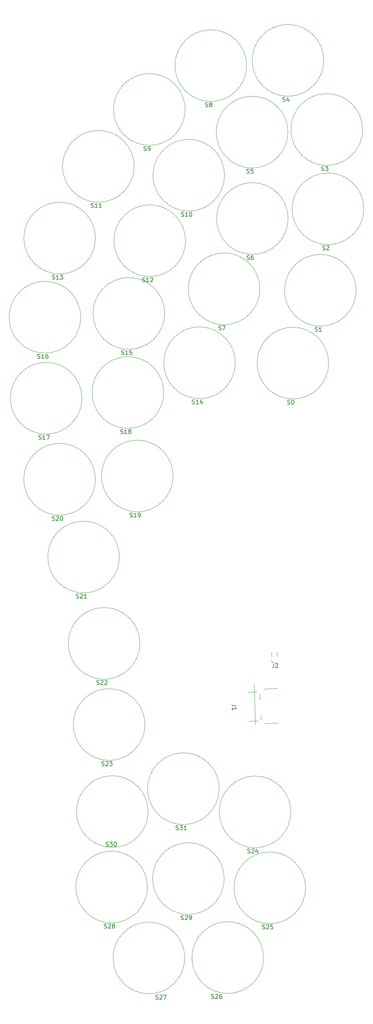
<source format=gto>
G04 #@! TF.GenerationSoftware,KiCad,Pcbnew,(5.0.0)*
G04 #@! TF.CreationDate,2020-01-29T13:42:07+01:00*
G04 #@! TF.ProjectId,Insole_PCB,496E736F6C655F5043422E6B69636164,rev?*
G04 #@! TF.SameCoordinates,Original*
G04 #@! TF.FileFunction,Legend,Top*
G04 #@! TF.FilePolarity,Positive*
%FSLAX46Y46*%
G04 Gerber Fmt 4.6, Leading zero omitted, Abs format (unit mm)*
G04 Created by KiCad (PCBNEW (5.0.0)) date 01/29/20 13:42:07*
%MOMM*%
%LPD*%
G01*
G04 APERTURE LIST*
%ADD10C,0.100000*%
%ADD11C,0.120000*%
%ADD12C,0.010000*%
%ADD13C,0.150000*%
G04 APERTURE END LIST*
D10*
G04 #@! TO.C,S9*
X171319453Y-57120707D02*
G75*
G03X171319453Y-57120707I-8500000J0D01*
G01*
D11*
G04 #@! TO.C,J2*
X191893929Y-188022519D02*
X192587236Y-187974038D01*
X191846146Y-187339188D02*
X191893929Y-188022519D01*
X193098464Y-186564944D02*
X193184977Y-186558895D01*
X191798363Y-186655856D02*
X191884876Y-186649807D01*
X193184977Y-186558895D02*
X193123940Y-185686026D01*
X191798363Y-186655856D02*
X191737326Y-185782988D01*
X192824165Y-185706989D02*
X193123940Y-185686026D01*
X191737326Y-185782988D02*
X192037101Y-185762026D01*
D12*
G04 #@! TO.C,J1*
X188360969Y-195022742D02*
X186212278Y-195097776D01*
X188651745Y-201916794D02*
X186453085Y-201993573D01*
X187978346Y-202690767D02*
X187652035Y-193346462D01*
D11*
X193185329Y-194203875D02*
X189957297Y-194316601D01*
X189070092Y-195558320D02*
X189107783Y-196637662D01*
X189254234Y-200544932D02*
X189291926Y-201624274D01*
X193471505Y-202398880D02*
X190243473Y-202511606D01*
X189107783Y-196637662D02*
X188678045Y-196652669D01*
D10*
G04 #@! TO.C,S0*
X205369453Y-117180707D02*
G75*
G03X205369453Y-117180707I-8500000J0D01*
G01*
G04 #@! TO.C,S1*
X211889453Y-99940707D02*
G75*
G03X211889453Y-99940707I-8500000J0D01*
G01*
G04 #@! TO.C,S2*
X213699453Y-80640707D02*
G75*
G03X213699453Y-80640707I-8500000J0D01*
G01*
G04 #@! TO.C,S3*
X213409453Y-61860707D02*
G75*
G03X213409453Y-61860707I-8500000J0D01*
G01*
G04 #@! TO.C,S4*
X204209453Y-45490707D02*
G75*
G03X204209453Y-45490707I-8500000J0D01*
G01*
G04 #@! TO.C,S5*
X195699453Y-62480707D02*
G75*
G03X195699453Y-62480707I-8500000J0D01*
G01*
G04 #@! TO.C,S6*
X195749453Y-82940707D02*
G75*
G03X195749453Y-82940707I-8500000J0D01*
G01*
G04 #@! TO.C,S7*
X189049453Y-99590707D02*
G75*
G03X189049453Y-99590707I-8500000J0D01*
G01*
G04 #@! TO.C,S8*
X185899453Y-46730707D02*
G75*
G03X185899453Y-46730707I-8500000J0D01*
G01*
G04 #@! TO.C,S10*
X180669453Y-72690707D02*
G75*
G03X180669453Y-72690707I-8500000J0D01*
G01*
G04 #@! TO.C,S11*
X159239453Y-70580707D02*
G75*
G03X159239453Y-70580707I-8500000J0D01*
G01*
G04 #@! TO.C,S12*
X171419453Y-88200707D02*
G75*
G03X171419453Y-88200707I-8500000J0D01*
G01*
G04 #@! TO.C,S13*
X150049453Y-87570707D02*
G75*
G03X150049453Y-87570707I-8500000J0D01*
G01*
G04 #@! TO.C,S14*
X183219453Y-117100707D02*
G75*
G03X183219453Y-117100707I-8500000J0D01*
G01*
G04 #@! TO.C,S15*
X166469453Y-105420707D02*
G75*
G03X166469453Y-105420707I-8500000J0D01*
G01*
G04 #@! TO.C,S16*
X146559453Y-106310707D02*
G75*
G03X146559453Y-106310707I-8500000J0D01*
G01*
G04 #@! TO.C,S17*
X146849453Y-125500707D02*
G75*
G03X146849453Y-125500707I-8500000J0D01*
G01*
G04 #@! TO.C,S18*
X166239453Y-124150707D02*
G75*
G03X166239453Y-124150707I-8500000J0D01*
G01*
G04 #@! TO.C,S19*
X168469453Y-143910707D02*
G75*
G03X168469453Y-143910707I-8500000J0D01*
G01*
G04 #@! TO.C,S20*
X150039453Y-144690707D02*
G75*
G03X150039453Y-144690707I-8500000J0D01*
G01*
G04 #@! TO.C,S21*
X155729453Y-163100707D02*
G75*
G03X155729453Y-163100707I-8500000J0D01*
G01*
G04 #@! TO.C,S22*
X160589453Y-183560707D02*
G75*
G03X160589453Y-183560707I-8500000J0D01*
G01*
G04 #@! TO.C,S23*
X161789453Y-202770707D02*
G75*
G03X161789453Y-202770707I-8500000J0D01*
G01*
G04 #@! TO.C,S24*
X196399453Y-223460707D02*
G75*
G03X196399453Y-223460707I-8500000J0D01*
G01*
G04 #@! TO.C,S25*
X199889453Y-241430707D02*
G75*
G03X199889453Y-241430707I-8500000J0D01*
G01*
G04 #@! TO.C,S26*
X189929453Y-257950707D02*
G75*
G03X189929453Y-257950707I-8500000J0D01*
G01*
G04 #@! TO.C,S27*
X171229453Y-258030707D02*
G75*
G03X171229453Y-258030707I-8500000J0D01*
G01*
G04 #@! TO.C,S28*
X162369453Y-241240707D02*
G75*
G03X162369453Y-241240707I-8500000J0D01*
G01*
G04 #@! TO.C,S29*
X180589453Y-239240707D02*
G75*
G03X180589453Y-239240707I-8500000J0D01*
G01*
G04 #@! TO.C,S30*
X162539453Y-223380707D02*
G75*
G03X162539453Y-223380707I-8500000J0D01*
G01*
G04 #@! TO.C,S31*
X179389453Y-217960707D02*
G75*
G03X179389453Y-217960707I-8500000J0D01*
G01*
G04 #@! TO.C,S9*
D13*
X161557548Y-66825468D02*
X161700405Y-66873087D01*
X161938500Y-66873087D01*
X162033738Y-66825468D01*
X162081357Y-66777849D01*
X162128976Y-66682611D01*
X162128976Y-66587373D01*
X162081357Y-66492135D01*
X162033738Y-66444516D01*
X161938500Y-66396897D01*
X161748024Y-66349278D01*
X161652786Y-66301659D01*
X161605167Y-66254040D01*
X161557548Y-66158802D01*
X161557548Y-66063564D01*
X161605167Y-65968326D01*
X161652786Y-65920707D01*
X161748024Y-65873087D01*
X161986119Y-65873087D01*
X162128976Y-65920707D01*
X162605167Y-66873087D02*
X162795643Y-66873087D01*
X162890881Y-66825468D01*
X162938500Y-66777849D01*
X163033738Y-66634992D01*
X163081357Y-66444516D01*
X163081357Y-66063564D01*
X163033738Y-65968326D01*
X162986119Y-65920707D01*
X162890881Y-65873087D01*
X162700405Y-65873087D01*
X162605167Y-65920707D01*
X162557548Y-65968326D01*
X162509929Y-66063564D01*
X162509929Y-66301659D01*
X162557548Y-66396897D01*
X162605167Y-66444516D01*
X162700405Y-66492135D01*
X162890881Y-66492135D01*
X162986119Y-66444516D01*
X163033738Y-66396897D01*
X163081357Y-66301659D01*
G04 #@! TO.C,J2*
X192277551Y-188323874D02*
X192327377Y-189036419D01*
X192289839Y-189182250D01*
X192201477Y-189283900D01*
X192062289Y-189341368D01*
X191967283Y-189348012D01*
X192711722Y-188388984D02*
X192755903Y-188338159D01*
X192847588Y-188284013D01*
X193085103Y-188267404D01*
X193183431Y-188308264D01*
X193234256Y-188352445D01*
X193288402Y-188444129D01*
X193295046Y-188539135D01*
X193257508Y-188684966D01*
X192727332Y-189294864D01*
X193344872Y-189251681D01*
G04 #@! TO.C,J1*
X183470405Y-198312091D02*
X182756554Y-198337019D01*
X182612122Y-198294414D01*
X182513618Y-198202558D01*
X182461043Y-198061450D01*
X182457719Y-197966270D01*
X182505913Y-199346381D02*
X182485971Y-198775300D01*
X182495942Y-199060841D02*
X183495333Y-199025941D01*
X183349239Y-198935747D01*
X183250735Y-198843890D01*
X183199821Y-198750372D01*
G04 #@! TO.C,S0*
X195607548Y-126885468D02*
X195750405Y-126933087D01*
X195988500Y-126933087D01*
X196083738Y-126885468D01*
X196131357Y-126837849D01*
X196178976Y-126742611D01*
X196178976Y-126647373D01*
X196131357Y-126552135D01*
X196083738Y-126504516D01*
X195988500Y-126456897D01*
X195798024Y-126409278D01*
X195702786Y-126361659D01*
X195655167Y-126314040D01*
X195607548Y-126218802D01*
X195607548Y-126123564D01*
X195655167Y-126028326D01*
X195702786Y-125980707D01*
X195798024Y-125933087D01*
X196036119Y-125933087D01*
X196178976Y-125980707D01*
X196798024Y-125933087D02*
X196893262Y-125933087D01*
X196988500Y-125980707D01*
X197036119Y-126028326D01*
X197083738Y-126123564D01*
X197131357Y-126314040D01*
X197131357Y-126552135D01*
X197083738Y-126742611D01*
X197036119Y-126837849D01*
X196988500Y-126885468D01*
X196893262Y-126933087D01*
X196798024Y-126933087D01*
X196702786Y-126885468D01*
X196655167Y-126837849D01*
X196607548Y-126742611D01*
X196559929Y-126552135D01*
X196559929Y-126314040D01*
X196607548Y-126123564D01*
X196655167Y-126028326D01*
X196702786Y-125980707D01*
X196798024Y-125933087D01*
G04 #@! TO.C,S1*
X202127548Y-109645468D02*
X202270405Y-109693087D01*
X202508500Y-109693087D01*
X202603738Y-109645468D01*
X202651357Y-109597849D01*
X202698976Y-109502611D01*
X202698976Y-109407373D01*
X202651357Y-109312135D01*
X202603738Y-109264516D01*
X202508500Y-109216897D01*
X202318024Y-109169278D01*
X202222786Y-109121659D01*
X202175167Y-109074040D01*
X202127548Y-108978802D01*
X202127548Y-108883564D01*
X202175167Y-108788326D01*
X202222786Y-108740707D01*
X202318024Y-108693087D01*
X202556119Y-108693087D01*
X202698976Y-108740707D01*
X203651357Y-109693087D02*
X203079929Y-109693087D01*
X203365643Y-109693087D02*
X203365643Y-108693087D01*
X203270405Y-108835945D01*
X203175167Y-108931183D01*
X203079929Y-108978802D01*
G04 #@! TO.C,S2*
X203937548Y-90345468D02*
X204080405Y-90393087D01*
X204318500Y-90393087D01*
X204413738Y-90345468D01*
X204461357Y-90297849D01*
X204508976Y-90202611D01*
X204508976Y-90107373D01*
X204461357Y-90012135D01*
X204413738Y-89964516D01*
X204318500Y-89916897D01*
X204128024Y-89869278D01*
X204032786Y-89821659D01*
X203985167Y-89774040D01*
X203937548Y-89678802D01*
X203937548Y-89583564D01*
X203985167Y-89488326D01*
X204032786Y-89440707D01*
X204128024Y-89393087D01*
X204366119Y-89393087D01*
X204508976Y-89440707D01*
X204889929Y-89488326D02*
X204937548Y-89440707D01*
X205032786Y-89393087D01*
X205270881Y-89393087D01*
X205366119Y-89440707D01*
X205413738Y-89488326D01*
X205461357Y-89583564D01*
X205461357Y-89678802D01*
X205413738Y-89821659D01*
X204842310Y-90393087D01*
X205461357Y-90393087D01*
G04 #@! TO.C,S3*
X203647548Y-71565468D02*
X203790405Y-71613087D01*
X204028500Y-71613087D01*
X204123738Y-71565468D01*
X204171357Y-71517849D01*
X204218976Y-71422611D01*
X204218976Y-71327373D01*
X204171357Y-71232135D01*
X204123738Y-71184516D01*
X204028500Y-71136897D01*
X203838024Y-71089278D01*
X203742786Y-71041659D01*
X203695167Y-70994040D01*
X203647548Y-70898802D01*
X203647548Y-70803564D01*
X203695167Y-70708326D01*
X203742786Y-70660707D01*
X203838024Y-70613087D01*
X204076119Y-70613087D01*
X204218976Y-70660707D01*
X204552310Y-70613087D02*
X205171357Y-70613087D01*
X204838024Y-70994040D01*
X204980881Y-70994040D01*
X205076119Y-71041659D01*
X205123738Y-71089278D01*
X205171357Y-71184516D01*
X205171357Y-71422611D01*
X205123738Y-71517849D01*
X205076119Y-71565468D01*
X204980881Y-71613087D01*
X204695167Y-71613087D01*
X204599929Y-71565468D01*
X204552310Y-71517849D01*
G04 #@! TO.C,S4*
X194447548Y-55195468D02*
X194590405Y-55243087D01*
X194828500Y-55243087D01*
X194923738Y-55195468D01*
X194971357Y-55147849D01*
X195018976Y-55052611D01*
X195018976Y-54957373D01*
X194971357Y-54862135D01*
X194923738Y-54814516D01*
X194828500Y-54766897D01*
X194638024Y-54719278D01*
X194542786Y-54671659D01*
X194495167Y-54624040D01*
X194447548Y-54528802D01*
X194447548Y-54433564D01*
X194495167Y-54338326D01*
X194542786Y-54290707D01*
X194638024Y-54243087D01*
X194876119Y-54243087D01*
X195018976Y-54290707D01*
X195876119Y-54576421D02*
X195876119Y-55243087D01*
X195638024Y-54195468D02*
X195399929Y-54909754D01*
X196018976Y-54909754D01*
G04 #@! TO.C,S5*
X185937548Y-72185468D02*
X186080405Y-72233087D01*
X186318500Y-72233087D01*
X186413738Y-72185468D01*
X186461357Y-72137849D01*
X186508976Y-72042611D01*
X186508976Y-71947373D01*
X186461357Y-71852135D01*
X186413738Y-71804516D01*
X186318500Y-71756897D01*
X186128024Y-71709278D01*
X186032786Y-71661659D01*
X185985167Y-71614040D01*
X185937548Y-71518802D01*
X185937548Y-71423564D01*
X185985167Y-71328326D01*
X186032786Y-71280707D01*
X186128024Y-71233087D01*
X186366119Y-71233087D01*
X186508976Y-71280707D01*
X187413738Y-71233087D02*
X186937548Y-71233087D01*
X186889929Y-71709278D01*
X186937548Y-71661659D01*
X187032786Y-71614040D01*
X187270881Y-71614040D01*
X187366119Y-71661659D01*
X187413738Y-71709278D01*
X187461357Y-71804516D01*
X187461357Y-72042611D01*
X187413738Y-72137849D01*
X187366119Y-72185468D01*
X187270881Y-72233087D01*
X187032786Y-72233087D01*
X186937548Y-72185468D01*
X186889929Y-72137849D01*
G04 #@! TO.C,S6*
X185987548Y-92645468D02*
X186130405Y-92693087D01*
X186368500Y-92693087D01*
X186463738Y-92645468D01*
X186511357Y-92597849D01*
X186558976Y-92502611D01*
X186558976Y-92407373D01*
X186511357Y-92312135D01*
X186463738Y-92264516D01*
X186368500Y-92216897D01*
X186178024Y-92169278D01*
X186082786Y-92121659D01*
X186035167Y-92074040D01*
X185987548Y-91978802D01*
X185987548Y-91883564D01*
X186035167Y-91788326D01*
X186082786Y-91740707D01*
X186178024Y-91693087D01*
X186416119Y-91693087D01*
X186558976Y-91740707D01*
X187416119Y-91693087D02*
X187225643Y-91693087D01*
X187130405Y-91740707D01*
X187082786Y-91788326D01*
X186987548Y-91931183D01*
X186939929Y-92121659D01*
X186939929Y-92502611D01*
X186987548Y-92597849D01*
X187035167Y-92645468D01*
X187130405Y-92693087D01*
X187320881Y-92693087D01*
X187416119Y-92645468D01*
X187463738Y-92597849D01*
X187511357Y-92502611D01*
X187511357Y-92264516D01*
X187463738Y-92169278D01*
X187416119Y-92121659D01*
X187320881Y-92074040D01*
X187130405Y-92074040D01*
X187035167Y-92121659D01*
X186987548Y-92169278D01*
X186939929Y-92264516D01*
G04 #@! TO.C,S7*
X179287548Y-109295468D02*
X179430405Y-109343087D01*
X179668500Y-109343087D01*
X179763738Y-109295468D01*
X179811357Y-109247849D01*
X179858976Y-109152611D01*
X179858976Y-109057373D01*
X179811357Y-108962135D01*
X179763738Y-108914516D01*
X179668500Y-108866897D01*
X179478024Y-108819278D01*
X179382786Y-108771659D01*
X179335167Y-108724040D01*
X179287548Y-108628802D01*
X179287548Y-108533564D01*
X179335167Y-108438326D01*
X179382786Y-108390707D01*
X179478024Y-108343087D01*
X179716119Y-108343087D01*
X179858976Y-108390707D01*
X180192310Y-108343087D02*
X180858976Y-108343087D01*
X180430405Y-109343087D01*
G04 #@! TO.C,S8*
X176137548Y-56435468D02*
X176280405Y-56483087D01*
X176518500Y-56483087D01*
X176613738Y-56435468D01*
X176661357Y-56387849D01*
X176708976Y-56292611D01*
X176708976Y-56197373D01*
X176661357Y-56102135D01*
X176613738Y-56054516D01*
X176518500Y-56006897D01*
X176328024Y-55959278D01*
X176232786Y-55911659D01*
X176185167Y-55864040D01*
X176137548Y-55768802D01*
X176137548Y-55673564D01*
X176185167Y-55578326D01*
X176232786Y-55530707D01*
X176328024Y-55483087D01*
X176566119Y-55483087D01*
X176708976Y-55530707D01*
X177280405Y-55911659D02*
X177185167Y-55864040D01*
X177137548Y-55816421D01*
X177089929Y-55721183D01*
X177089929Y-55673564D01*
X177137548Y-55578326D01*
X177185167Y-55530707D01*
X177280405Y-55483087D01*
X177470881Y-55483087D01*
X177566119Y-55530707D01*
X177613738Y-55578326D01*
X177661357Y-55673564D01*
X177661357Y-55721183D01*
X177613738Y-55816421D01*
X177566119Y-55864040D01*
X177470881Y-55911659D01*
X177280405Y-55911659D01*
X177185167Y-55959278D01*
X177137548Y-56006897D01*
X177089929Y-56102135D01*
X177089929Y-56292611D01*
X177137548Y-56387849D01*
X177185167Y-56435468D01*
X177280405Y-56483087D01*
X177470881Y-56483087D01*
X177566119Y-56435468D01*
X177613738Y-56387849D01*
X177661357Y-56292611D01*
X177661357Y-56102135D01*
X177613738Y-56006897D01*
X177566119Y-55959278D01*
X177470881Y-55911659D01*
G04 #@! TO.C,S10*
X170431357Y-82395468D02*
X170574214Y-82443087D01*
X170812310Y-82443087D01*
X170907548Y-82395468D01*
X170955167Y-82347849D01*
X171002786Y-82252611D01*
X171002786Y-82157373D01*
X170955167Y-82062135D01*
X170907548Y-82014516D01*
X170812310Y-81966897D01*
X170621833Y-81919278D01*
X170526595Y-81871659D01*
X170478976Y-81824040D01*
X170431357Y-81728802D01*
X170431357Y-81633564D01*
X170478976Y-81538326D01*
X170526595Y-81490707D01*
X170621833Y-81443087D01*
X170859929Y-81443087D01*
X171002786Y-81490707D01*
X171955167Y-82443087D02*
X171383738Y-82443087D01*
X171669453Y-82443087D02*
X171669453Y-81443087D01*
X171574214Y-81585945D01*
X171478976Y-81681183D01*
X171383738Y-81728802D01*
X172574214Y-81443087D02*
X172669453Y-81443087D01*
X172764691Y-81490707D01*
X172812310Y-81538326D01*
X172859929Y-81633564D01*
X172907548Y-81824040D01*
X172907548Y-82062135D01*
X172859929Y-82252611D01*
X172812310Y-82347849D01*
X172764691Y-82395468D01*
X172669453Y-82443087D01*
X172574214Y-82443087D01*
X172478976Y-82395468D01*
X172431357Y-82347849D01*
X172383738Y-82252611D01*
X172336119Y-82062135D01*
X172336119Y-81824040D01*
X172383738Y-81633564D01*
X172431357Y-81538326D01*
X172478976Y-81490707D01*
X172574214Y-81443087D01*
G04 #@! TO.C,S11*
X149001357Y-80285468D02*
X149144214Y-80333087D01*
X149382310Y-80333087D01*
X149477548Y-80285468D01*
X149525167Y-80237849D01*
X149572786Y-80142611D01*
X149572786Y-80047373D01*
X149525167Y-79952135D01*
X149477548Y-79904516D01*
X149382310Y-79856897D01*
X149191833Y-79809278D01*
X149096595Y-79761659D01*
X149048976Y-79714040D01*
X149001357Y-79618802D01*
X149001357Y-79523564D01*
X149048976Y-79428326D01*
X149096595Y-79380707D01*
X149191833Y-79333087D01*
X149429929Y-79333087D01*
X149572786Y-79380707D01*
X150525167Y-80333087D02*
X149953738Y-80333087D01*
X150239453Y-80333087D02*
X150239453Y-79333087D01*
X150144214Y-79475945D01*
X150048976Y-79571183D01*
X149953738Y-79618802D01*
X151477548Y-80333087D02*
X150906119Y-80333087D01*
X151191833Y-80333087D02*
X151191833Y-79333087D01*
X151096595Y-79475945D01*
X151001357Y-79571183D01*
X150906119Y-79618802D01*
G04 #@! TO.C,S12*
X161181357Y-97905468D02*
X161324214Y-97953087D01*
X161562310Y-97953087D01*
X161657548Y-97905468D01*
X161705167Y-97857849D01*
X161752786Y-97762611D01*
X161752786Y-97667373D01*
X161705167Y-97572135D01*
X161657548Y-97524516D01*
X161562310Y-97476897D01*
X161371833Y-97429278D01*
X161276595Y-97381659D01*
X161228976Y-97334040D01*
X161181357Y-97238802D01*
X161181357Y-97143564D01*
X161228976Y-97048326D01*
X161276595Y-97000707D01*
X161371833Y-96953087D01*
X161609929Y-96953087D01*
X161752786Y-97000707D01*
X162705167Y-97953087D02*
X162133738Y-97953087D01*
X162419453Y-97953087D02*
X162419453Y-96953087D01*
X162324214Y-97095945D01*
X162228976Y-97191183D01*
X162133738Y-97238802D01*
X163086119Y-97048326D02*
X163133738Y-97000707D01*
X163228976Y-96953087D01*
X163467072Y-96953087D01*
X163562310Y-97000707D01*
X163609929Y-97048326D01*
X163657548Y-97143564D01*
X163657548Y-97238802D01*
X163609929Y-97381659D01*
X163038500Y-97953087D01*
X163657548Y-97953087D01*
G04 #@! TO.C,S13*
X139811357Y-97275468D02*
X139954214Y-97323087D01*
X140192310Y-97323087D01*
X140287548Y-97275468D01*
X140335167Y-97227849D01*
X140382786Y-97132611D01*
X140382786Y-97037373D01*
X140335167Y-96942135D01*
X140287548Y-96894516D01*
X140192310Y-96846897D01*
X140001833Y-96799278D01*
X139906595Y-96751659D01*
X139858976Y-96704040D01*
X139811357Y-96608802D01*
X139811357Y-96513564D01*
X139858976Y-96418326D01*
X139906595Y-96370707D01*
X140001833Y-96323087D01*
X140239929Y-96323087D01*
X140382786Y-96370707D01*
X141335167Y-97323087D02*
X140763738Y-97323087D01*
X141049453Y-97323087D02*
X141049453Y-96323087D01*
X140954214Y-96465945D01*
X140858976Y-96561183D01*
X140763738Y-96608802D01*
X141668500Y-96323087D02*
X142287548Y-96323087D01*
X141954214Y-96704040D01*
X142097072Y-96704040D01*
X142192310Y-96751659D01*
X142239929Y-96799278D01*
X142287548Y-96894516D01*
X142287548Y-97132611D01*
X142239929Y-97227849D01*
X142192310Y-97275468D01*
X142097072Y-97323087D01*
X141811357Y-97323087D01*
X141716119Y-97275468D01*
X141668500Y-97227849D01*
G04 #@! TO.C,S14*
X172981357Y-126805468D02*
X173124214Y-126853087D01*
X173362310Y-126853087D01*
X173457548Y-126805468D01*
X173505167Y-126757849D01*
X173552786Y-126662611D01*
X173552786Y-126567373D01*
X173505167Y-126472135D01*
X173457548Y-126424516D01*
X173362310Y-126376897D01*
X173171833Y-126329278D01*
X173076595Y-126281659D01*
X173028976Y-126234040D01*
X172981357Y-126138802D01*
X172981357Y-126043564D01*
X173028976Y-125948326D01*
X173076595Y-125900707D01*
X173171833Y-125853087D01*
X173409929Y-125853087D01*
X173552786Y-125900707D01*
X174505167Y-126853087D02*
X173933738Y-126853087D01*
X174219453Y-126853087D02*
X174219453Y-125853087D01*
X174124214Y-125995945D01*
X174028976Y-126091183D01*
X173933738Y-126138802D01*
X175362310Y-126186421D02*
X175362310Y-126853087D01*
X175124214Y-125805468D02*
X174886119Y-126519754D01*
X175505167Y-126519754D01*
G04 #@! TO.C,S15*
X156231357Y-115125468D02*
X156374214Y-115173087D01*
X156612310Y-115173087D01*
X156707548Y-115125468D01*
X156755167Y-115077849D01*
X156802786Y-114982611D01*
X156802786Y-114887373D01*
X156755167Y-114792135D01*
X156707548Y-114744516D01*
X156612310Y-114696897D01*
X156421833Y-114649278D01*
X156326595Y-114601659D01*
X156278976Y-114554040D01*
X156231357Y-114458802D01*
X156231357Y-114363564D01*
X156278976Y-114268326D01*
X156326595Y-114220707D01*
X156421833Y-114173087D01*
X156659929Y-114173087D01*
X156802786Y-114220707D01*
X157755167Y-115173087D02*
X157183738Y-115173087D01*
X157469453Y-115173087D02*
X157469453Y-114173087D01*
X157374214Y-114315945D01*
X157278976Y-114411183D01*
X157183738Y-114458802D01*
X158659929Y-114173087D02*
X158183738Y-114173087D01*
X158136119Y-114649278D01*
X158183738Y-114601659D01*
X158278976Y-114554040D01*
X158517072Y-114554040D01*
X158612310Y-114601659D01*
X158659929Y-114649278D01*
X158707548Y-114744516D01*
X158707548Y-114982611D01*
X158659929Y-115077849D01*
X158612310Y-115125468D01*
X158517072Y-115173087D01*
X158278976Y-115173087D01*
X158183738Y-115125468D01*
X158136119Y-115077849D01*
G04 #@! TO.C,S16*
X136321357Y-116015468D02*
X136464214Y-116063087D01*
X136702310Y-116063087D01*
X136797548Y-116015468D01*
X136845167Y-115967849D01*
X136892786Y-115872611D01*
X136892786Y-115777373D01*
X136845167Y-115682135D01*
X136797548Y-115634516D01*
X136702310Y-115586897D01*
X136511833Y-115539278D01*
X136416595Y-115491659D01*
X136368976Y-115444040D01*
X136321357Y-115348802D01*
X136321357Y-115253564D01*
X136368976Y-115158326D01*
X136416595Y-115110707D01*
X136511833Y-115063087D01*
X136749929Y-115063087D01*
X136892786Y-115110707D01*
X137845167Y-116063087D02*
X137273738Y-116063087D01*
X137559453Y-116063087D02*
X137559453Y-115063087D01*
X137464214Y-115205945D01*
X137368976Y-115301183D01*
X137273738Y-115348802D01*
X138702310Y-115063087D02*
X138511833Y-115063087D01*
X138416595Y-115110707D01*
X138368976Y-115158326D01*
X138273738Y-115301183D01*
X138226119Y-115491659D01*
X138226119Y-115872611D01*
X138273738Y-115967849D01*
X138321357Y-116015468D01*
X138416595Y-116063087D01*
X138607072Y-116063087D01*
X138702310Y-116015468D01*
X138749929Y-115967849D01*
X138797548Y-115872611D01*
X138797548Y-115634516D01*
X138749929Y-115539278D01*
X138702310Y-115491659D01*
X138607072Y-115444040D01*
X138416595Y-115444040D01*
X138321357Y-115491659D01*
X138273738Y-115539278D01*
X138226119Y-115634516D01*
G04 #@! TO.C,S17*
X136611357Y-135205468D02*
X136754214Y-135253087D01*
X136992310Y-135253087D01*
X137087548Y-135205468D01*
X137135167Y-135157849D01*
X137182786Y-135062611D01*
X137182786Y-134967373D01*
X137135167Y-134872135D01*
X137087548Y-134824516D01*
X136992310Y-134776897D01*
X136801833Y-134729278D01*
X136706595Y-134681659D01*
X136658976Y-134634040D01*
X136611357Y-134538802D01*
X136611357Y-134443564D01*
X136658976Y-134348326D01*
X136706595Y-134300707D01*
X136801833Y-134253087D01*
X137039929Y-134253087D01*
X137182786Y-134300707D01*
X138135167Y-135253087D02*
X137563738Y-135253087D01*
X137849453Y-135253087D02*
X137849453Y-134253087D01*
X137754214Y-134395945D01*
X137658976Y-134491183D01*
X137563738Y-134538802D01*
X138468500Y-134253087D02*
X139135167Y-134253087D01*
X138706595Y-135253087D01*
G04 #@! TO.C,S18*
X156001357Y-133855468D02*
X156144214Y-133903087D01*
X156382310Y-133903087D01*
X156477548Y-133855468D01*
X156525167Y-133807849D01*
X156572786Y-133712611D01*
X156572786Y-133617373D01*
X156525167Y-133522135D01*
X156477548Y-133474516D01*
X156382310Y-133426897D01*
X156191833Y-133379278D01*
X156096595Y-133331659D01*
X156048976Y-133284040D01*
X156001357Y-133188802D01*
X156001357Y-133093564D01*
X156048976Y-132998326D01*
X156096595Y-132950707D01*
X156191833Y-132903087D01*
X156429929Y-132903087D01*
X156572786Y-132950707D01*
X157525167Y-133903087D02*
X156953738Y-133903087D01*
X157239453Y-133903087D02*
X157239453Y-132903087D01*
X157144214Y-133045945D01*
X157048976Y-133141183D01*
X156953738Y-133188802D01*
X158096595Y-133331659D02*
X158001357Y-133284040D01*
X157953738Y-133236421D01*
X157906119Y-133141183D01*
X157906119Y-133093564D01*
X157953738Y-132998326D01*
X158001357Y-132950707D01*
X158096595Y-132903087D01*
X158287072Y-132903087D01*
X158382310Y-132950707D01*
X158429929Y-132998326D01*
X158477548Y-133093564D01*
X158477548Y-133141183D01*
X158429929Y-133236421D01*
X158382310Y-133284040D01*
X158287072Y-133331659D01*
X158096595Y-133331659D01*
X158001357Y-133379278D01*
X157953738Y-133426897D01*
X157906119Y-133522135D01*
X157906119Y-133712611D01*
X157953738Y-133807849D01*
X158001357Y-133855468D01*
X158096595Y-133903087D01*
X158287072Y-133903087D01*
X158382310Y-133855468D01*
X158429929Y-133807849D01*
X158477548Y-133712611D01*
X158477548Y-133522135D01*
X158429929Y-133426897D01*
X158382310Y-133379278D01*
X158287072Y-133331659D01*
G04 #@! TO.C,S19*
X158231357Y-153615468D02*
X158374214Y-153663087D01*
X158612310Y-153663087D01*
X158707548Y-153615468D01*
X158755167Y-153567849D01*
X158802786Y-153472611D01*
X158802786Y-153377373D01*
X158755167Y-153282135D01*
X158707548Y-153234516D01*
X158612310Y-153186897D01*
X158421833Y-153139278D01*
X158326595Y-153091659D01*
X158278976Y-153044040D01*
X158231357Y-152948802D01*
X158231357Y-152853564D01*
X158278976Y-152758326D01*
X158326595Y-152710707D01*
X158421833Y-152663087D01*
X158659929Y-152663087D01*
X158802786Y-152710707D01*
X159755167Y-153663087D02*
X159183738Y-153663087D01*
X159469453Y-153663087D02*
X159469453Y-152663087D01*
X159374214Y-152805945D01*
X159278976Y-152901183D01*
X159183738Y-152948802D01*
X160231357Y-153663087D02*
X160421833Y-153663087D01*
X160517072Y-153615468D01*
X160564691Y-153567849D01*
X160659929Y-153424992D01*
X160707548Y-153234516D01*
X160707548Y-152853564D01*
X160659929Y-152758326D01*
X160612310Y-152710707D01*
X160517072Y-152663087D01*
X160326595Y-152663087D01*
X160231357Y-152710707D01*
X160183738Y-152758326D01*
X160136119Y-152853564D01*
X160136119Y-153091659D01*
X160183738Y-153186897D01*
X160231357Y-153234516D01*
X160326595Y-153282135D01*
X160517072Y-153282135D01*
X160612310Y-153234516D01*
X160659929Y-153186897D01*
X160707548Y-153091659D01*
G04 #@! TO.C,S20*
X139801357Y-154395468D02*
X139944214Y-154443087D01*
X140182310Y-154443087D01*
X140277548Y-154395468D01*
X140325167Y-154347849D01*
X140372786Y-154252611D01*
X140372786Y-154157373D01*
X140325167Y-154062135D01*
X140277548Y-154014516D01*
X140182310Y-153966897D01*
X139991833Y-153919278D01*
X139896595Y-153871659D01*
X139848976Y-153824040D01*
X139801357Y-153728802D01*
X139801357Y-153633564D01*
X139848976Y-153538326D01*
X139896595Y-153490707D01*
X139991833Y-153443087D01*
X140229929Y-153443087D01*
X140372786Y-153490707D01*
X140753738Y-153538326D02*
X140801357Y-153490707D01*
X140896595Y-153443087D01*
X141134691Y-153443087D01*
X141229929Y-153490707D01*
X141277548Y-153538326D01*
X141325167Y-153633564D01*
X141325167Y-153728802D01*
X141277548Y-153871659D01*
X140706119Y-154443087D01*
X141325167Y-154443087D01*
X141944214Y-153443087D02*
X142039453Y-153443087D01*
X142134691Y-153490707D01*
X142182310Y-153538326D01*
X142229929Y-153633564D01*
X142277548Y-153824040D01*
X142277548Y-154062135D01*
X142229929Y-154252611D01*
X142182310Y-154347849D01*
X142134691Y-154395468D01*
X142039453Y-154443087D01*
X141944214Y-154443087D01*
X141848976Y-154395468D01*
X141801357Y-154347849D01*
X141753738Y-154252611D01*
X141706119Y-154062135D01*
X141706119Y-153824040D01*
X141753738Y-153633564D01*
X141801357Y-153538326D01*
X141848976Y-153490707D01*
X141944214Y-153443087D01*
G04 #@! TO.C,S21*
X145491357Y-172805468D02*
X145634214Y-172853087D01*
X145872310Y-172853087D01*
X145967548Y-172805468D01*
X146015167Y-172757849D01*
X146062786Y-172662611D01*
X146062786Y-172567373D01*
X146015167Y-172472135D01*
X145967548Y-172424516D01*
X145872310Y-172376897D01*
X145681833Y-172329278D01*
X145586595Y-172281659D01*
X145538976Y-172234040D01*
X145491357Y-172138802D01*
X145491357Y-172043564D01*
X145538976Y-171948326D01*
X145586595Y-171900707D01*
X145681833Y-171853087D01*
X145919929Y-171853087D01*
X146062786Y-171900707D01*
X146443738Y-171948326D02*
X146491357Y-171900707D01*
X146586595Y-171853087D01*
X146824691Y-171853087D01*
X146919929Y-171900707D01*
X146967548Y-171948326D01*
X147015167Y-172043564D01*
X147015167Y-172138802D01*
X146967548Y-172281659D01*
X146396119Y-172853087D01*
X147015167Y-172853087D01*
X147967548Y-172853087D02*
X147396119Y-172853087D01*
X147681833Y-172853087D02*
X147681833Y-171853087D01*
X147586595Y-171995945D01*
X147491357Y-172091183D01*
X147396119Y-172138802D01*
G04 #@! TO.C,S22*
X150351357Y-193265468D02*
X150494214Y-193313087D01*
X150732310Y-193313087D01*
X150827548Y-193265468D01*
X150875167Y-193217849D01*
X150922786Y-193122611D01*
X150922786Y-193027373D01*
X150875167Y-192932135D01*
X150827548Y-192884516D01*
X150732310Y-192836897D01*
X150541833Y-192789278D01*
X150446595Y-192741659D01*
X150398976Y-192694040D01*
X150351357Y-192598802D01*
X150351357Y-192503564D01*
X150398976Y-192408326D01*
X150446595Y-192360707D01*
X150541833Y-192313087D01*
X150779929Y-192313087D01*
X150922786Y-192360707D01*
X151303738Y-192408326D02*
X151351357Y-192360707D01*
X151446595Y-192313087D01*
X151684691Y-192313087D01*
X151779929Y-192360707D01*
X151827548Y-192408326D01*
X151875167Y-192503564D01*
X151875167Y-192598802D01*
X151827548Y-192741659D01*
X151256119Y-193313087D01*
X151875167Y-193313087D01*
X152256119Y-192408326D02*
X152303738Y-192360707D01*
X152398976Y-192313087D01*
X152637072Y-192313087D01*
X152732310Y-192360707D01*
X152779929Y-192408326D01*
X152827548Y-192503564D01*
X152827548Y-192598802D01*
X152779929Y-192741659D01*
X152208500Y-193313087D01*
X152827548Y-193313087D01*
G04 #@! TO.C,S23*
X151551357Y-212475468D02*
X151694214Y-212523087D01*
X151932310Y-212523087D01*
X152027548Y-212475468D01*
X152075167Y-212427849D01*
X152122786Y-212332611D01*
X152122786Y-212237373D01*
X152075167Y-212142135D01*
X152027548Y-212094516D01*
X151932310Y-212046897D01*
X151741833Y-211999278D01*
X151646595Y-211951659D01*
X151598976Y-211904040D01*
X151551357Y-211808802D01*
X151551357Y-211713564D01*
X151598976Y-211618326D01*
X151646595Y-211570707D01*
X151741833Y-211523087D01*
X151979929Y-211523087D01*
X152122786Y-211570707D01*
X152503738Y-211618326D02*
X152551357Y-211570707D01*
X152646595Y-211523087D01*
X152884691Y-211523087D01*
X152979929Y-211570707D01*
X153027548Y-211618326D01*
X153075167Y-211713564D01*
X153075167Y-211808802D01*
X153027548Y-211951659D01*
X152456119Y-212523087D01*
X153075167Y-212523087D01*
X153408500Y-211523087D02*
X154027548Y-211523087D01*
X153694214Y-211904040D01*
X153837072Y-211904040D01*
X153932310Y-211951659D01*
X153979929Y-211999278D01*
X154027548Y-212094516D01*
X154027548Y-212332611D01*
X153979929Y-212427849D01*
X153932310Y-212475468D01*
X153837072Y-212523087D01*
X153551357Y-212523087D01*
X153456119Y-212475468D01*
X153408500Y-212427849D01*
G04 #@! TO.C,S24*
X186161357Y-233165468D02*
X186304214Y-233213087D01*
X186542310Y-233213087D01*
X186637548Y-233165468D01*
X186685167Y-233117849D01*
X186732786Y-233022611D01*
X186732786Y-232927373D01*
X186685167Y-232832135D01*
X186637548Y-232784516D01*
X186542310Y-232736897D01*
X186351833Y-232689278D01*
X186256595Y-232641659D01*
X186208976Y-232594040D01*
X186161357Y-232498802D01*
X186161357Y-232403564D01*
X186208976Y-232308326D01*
X186256595Y-232260707D01*
X186351833Y-232213087D01*
X186589929Y-232213087D01*
X186732786Y-232260707D01*
X187113738Y-232308326D02*
X187161357Y-232260707D01*
X187256595Y-232213087D01*
X187494691Y-232213087D01*
X187589929Y-232260707D01*
X187637548Y-232308326D01*
X187685167Y-232403564D01*
X187685167Y-232498802D01*
X187637548Y-232641659D01*
X187066119Y-233213087D01*
X187685167Y-233213087D01*
X188542310Y-232546421D02*
X188542310Y-233213087D01*
X188304214Y-232165468D02*
X188066119Y-232879754D01*
X188685167Y-232879754D01*
G04 #@! TO.C,S25*
X189651357Y-251135468D02*
X189794214Y-251183087D01*
X190032310Y-251183087D01*
X190127548Y-251135468D01*
X190175167Y-251087849D01*
X190222786Y-250992611D01*
X190222786Y-250897373D01*
X190175167Y-250802135D01*
X190127548Y-250754516D01*
X190032310Y-250706897D01*
X189841833Y-250659278D01*
X189746595Y-250611659D01*
X189698976Y-250564040D01*
X189651357Y-250468802D01*
X189651357Y-250373564D01*
X189698976Y-250278326D01*
X189746595Y-250230707D01*
X189841833Y-250183087D01*
X190079929Y-250183087D01*
X190222786Y-250230707D01*
X190603738Y-250278326D02*
X190651357Y-250230707D01*
X190746595Y-250183087D01*
X190984691Y-250183087D01*
X191079929Y-250230707D01*
X191127548Y-250278326D01*
X191175167Y-250373564D01*
X191175167Y-250468802D01*
X191127548Y-250611659D01*
X190556119Y-251183087D01*
X191175167Y-251183087D01*
X192079929Y-250183087D02*
X191603738Y-250183087D01*
X191556119Y-250659278D01*
X191603738Y-250611659D01*
X191698976Y-250564040D01*
X191937072Y-250564040D01*
X192032310Y-250611659D01*
X192079929Y-250659278D01*
X192127548Y-250754516D01*
X192127548Y-250992611D01*
X192079929Y-251087849D01*
X192032310Y-251135468D01*
X191937072Y-251183087D01*
X191698976Y-251183087D01*
X191603738Y-251135468D01*
X191556119Y-251087849D01*
G04 #@! TO.C,S26*
X177561357Y-267625468D02*
X177704214Y-267673087D01*
X177942310Y-267673087D01*
X178037548Y-267625468D01*
X178085167Y-267577849D01*
X178132786Y-267482611D01*
X178132786Y-267387373D01*
X178085167Y-267292135D01*
X178037548Y-267244516D01*
X177942310Y-267196897D01*
X177751833Y-267149278D01*
X177656595Y-267101659D01*
X177608976Y-267054040D01*
X177561357Y-266958802D01*
X177561357Y-266863564D01*
X177608976Y-266768326D01*
X177656595Y-266720707D01*
X177751833Y-266673087D01*
X177989929Y-266673087D01*
X178132786Y-266720707D01*
X178513738Y-266768326D02*
X178561357Y-266720707D01*
X178656595Y-266673087D01*
X178894691Y-266673087D01*
X178989929Y-266720707D01*
X179037548Y-266768326D01*
X179085167Y-266863564D01*
X179085167Y-266958802D01*
X179037548Y-267101659D01*
X178466119Y-267673087D01*
X179085167Y-267673087D01*
X179942310Y-266673087D02*
X179751833Y-266673087D01*
X179656595Y-266720707D01*
X179608976Y-266768326D01*
X179513738Y-266911183D01*
X179466119Y-267101659D01*
X179466119Y-267482611D01*
X179513738Y-267577849D01*
X179561357Y-267625468D01*
X179656595Y-267673087D01*
X179847072Y-267673087D01*
X179942310Y-267625468D01*
X179989929Y-267577849D01*
X180037548Y-267482611D01*
X180037548Y-267244516D01*
X179989929Y-267149278D01*
X179942310Y-267101659D01*
X179847072Y-267054040D01*
X179656595Y-267054040D01*
X179561357Y-267101659D01*
X179513738Y-267149278D01*
X179466119Y-267244516D01*
G04 #@! TO.C,S27*
X164351357Y-267785468D02*
X164494214Y-267833087D01*
X164732310Y-267833087D01*
X164827548Y-267785468D01*
X164875167Y-267737849D01*
X164922786Y-267642611D01*
X164922786Y-267547373D01*
X164875167Y-267452135D01*
X164827548Y-267404516D01*
X164732310Y-267356897D01*
X164541833Y-267309278D01*
X164446595Y-267261659D01*
X164398976Y-267214040D01*
X164351357Y-267118802D01*
X164351357Y-267023564D01*
X164398976Y-266928326D01*
X164446595Y-266880707D01*
X164541833Y-266833087D01*
X164779929Y-266833087D01*
X164922786Y-266880707D01*
X165303738Y-266928326D02*
X165351357Y-266880707D01*
X165446595Y-266833087D01*
X165684691Y-266833087D01*
X165779929Y-266880707D01*
X165827548Y-266928326D01*
X165875167Y-267023564D01*
X165875167Y-267118802D01*
X165827548Y-267261659D01*
X165256119Y-267833087D01*
X165875167Y-267833087D01*
X166208500Y-266833087D02*
X166875167Y-266833087D01*
X166446595Y-267833087D01*
G04 #@! TO.C,S28*
X152131357Y-250945468D02*
X152274214Y-250993087D01*
X152512310Y-250993087D01*
X152607548Y-250945468D01*
X152655167Y-250897849D01*
X152702786Y-250802611D01*
X152702786Y-250707373D01*
X152655167Y-250612135D01*
X152607548Y-250564516D01*
X152512310Y-250516897D01*
X152321833Y-250469278D01*
X152226595Y-250421659D01*
X152178976Y-250374040D01*
X152131357Y-250278802D01*
X152131357Y-250183564D01*
X152178976Y-250088326D01*
X152226595Y-250040707D01*
X152321833Y-249993087D01*
X152559929Y-249993087D01*
X152702786Y-250040707D01*
X153083738Y-250088326D02*
X153131357Y-250040707D01*
X153226595Y-249993087D01*
X153464691Y-249993087D01*
X153559929Y-250040707D01*
X153607548Y-250088326D01*
X153655167Y-250183564D01*
X153655167Y-250278802D01*
X153607548Y-250421659D01*
X153036119Y-250993087D01*
X153655167Y-250993087D01*
X154226595Y-250421659D02*
X154131357Y-250374040D01*
X154083738Y-250326421D01*
X154036119Y-250231183D01*
X154036119Y-250183564D01*
X154083738Y-250088326D01*
X154131357Y-250040707D01*
X154226595Y-249993087D01*
X154417072Y-249993087D01*
X154512310Y-250040707D01*
X154559929Y-250088326D01*
X154607548Y-250183564D01*
X154607548Y-250231183D01*
X154559929Y-250326421D01*
X154512310Y-250374040D01*
X154417072Y-250421659D01*
X154226595Y-250421659D01*
X154131357Y-250469278D01*
X154083738Y-250516897D01*
X154036119Y-250612135D01*
X154036119Y-250802611D01*
X154083738Y-250897849D01*
X154131357Y-250945468D01*
X154226595Y-250993087D01*
X154417072Y-250993087D01*
X154512310Y-250945468D01*
X154559929Y-250897849D01*
X154607548Y-250802611D01*
X154607548Y-250612135D01*
X154559929Y-250516897D01*
X154512310Y-250469278D01*
X154417072Y-250421659D01*
G04 #@! TO.C,S29*
X170351357Y-248945468D02*
X170494214Y-248993087D01*
X170732310Y-248993087D01*
X170827548Y-248945468D01*
X170875167Y-248897849D01*
X170922786Y-248802611D01*
X170922786Y-248707373D01*
X170875167Y-248612135D01*
X170827548Y-248564516D01*
X170732310Y-248516897D01*
X170541833Y-248469278D01*
X170446595Y-248421659D01*
X170398976Y-248374040D01*
X170351357Y-248278802D01*
X170351357Y-248183564D01*
X170398976Y-248088326D01*
X170446595Y-248040707D01*
X170541833Y-247993087D01*
X170779929Y-247993087D01*
X170922786Y-248040707D01*
X171303738Y-248088326D02*
X171351357Y-248040707D01*
X171446595Y-247993087D01*
X171684691Y-247993087D01*
X171779929Y-248040707D01*
X171827548Y-248088326D01*
X171875167Y-248183564D01*
X171875167Y-248278802D01*
X171827548Y-248421659D01*
X171256119Y-248993087D01*
X171875167Y-248993087D01*
X172351357Y-248993087D02*
X172541833Y-248993087D01*
X172637072Y-248945468D01*
X172684691Y-248897849D01*
X172779929Y-248754992D01*
X172827548Y-248564516D01*
X172827548Y-248183564D01*
X172779929Y-248088326D01*
X172732310Y-248040707D01*
X172637072Y-247993087D01*
X172446595Y-247993087D01*
X172351357Y-248040707D01*
X172303738Y-248088326D01*
X172256119Y-248183564D01*
X172256119Y-248421659D01*
X172303738Y-248516897D01*
X172351357Y-248564516D01*
X172446595Y-248612135D01*
X172637072Y-248612135D01*
X172732310Y-248564516D01*
X172779929Y-248516897D01*
X172827548Y-248421659D01*
G04 #@! TO.C,S30*
X152541357Y-231575468D02*
X152684214Y-231623087D01*
X152922310Y-231623087D01*
X153017548Y-231575468D01*
X153065167Y-231527849D01*
X153112786Y-231432611D01*
X153112786Y-231337373D01*
X153065167Y-231242135D01*
X153017548Y-231194516D01*
X152922310Y-231146897D01*
X152731833Y-231099278D01*
X152636595Y-231051659D01*
X152588976Y-231004040D01*
X152541357Y-230908802D01*
X152541357Y-230813564D01*
X152588976Y-230718326D01*
X152636595Y-230670707D01*
X152731833Y-230623087D01*
X152969929Y-230623087D01*
X153112786Y-230670707D01*
X153446119Y-230623087D02*
X154065167Y-230623087D01*
X153731833Y-231004040D01*
X153874691Y-231004040D01*
X153969929Y-231051659D01*
X154017548Y-231099278D01*
X154065167Y-231194516D01*
X154065167Y-231432611D01*
X154017548Y-231527849D01*
X153969929Y-231575468D01*
X153874691Y-231623087D01*
X153588976Y-231623087D01*
X153493738Y-231575468D01*
X153446119Y-231527849D01*
X154684214Y-230623087D02*
X154779453Y-230623087D01*
X154874691Y-230670707D01*
X154922310Y-230718326D01*
X154969929Y-230813564D01*
X155017548Y-231004040D01*
X155017548Y-231242135D01*
X154969929Y-231432611D01*
X154922310Y-231527849D01*
X154874691Y-231575468D01*
X154779453Y-231623087D01*
X154684214Y-231623087D01*
X154588976Y-231575468D01*
X154541357Y-231527849D01*
X154493738Y-231432611D01*
X154446119Y-231242135D01*
X154446119Y-231004040D01*
X154493738Y-230813564D01*
X154541357Y-230718326D01*
X154588976Y-230670707D01*
X154684214Y-230623087D01*
G04 #@! TO.C,S31*
X169151357Y-227665468D02*
X169294214Y-227713087D01*
X169532310Y-227713087D01*
X169627548Y-227665468D01*
X169675167Y-227617849D01*
X169722786Y-227522611D01*
X169722786Y-227427373D01*
X169675167Y-227332135D01*
X169627548Y-227284516D01*
X169532310Y-227236897D01*
X169341833Y-227189278D01*
X169246595Y-227141659D01*
X169198976Y-227094040D01*
X169151357Y-226998802D01*
X169151357Y-226903564D01*
X169198976Y-226808326D01*
X169246595Y-226760707D01*
X169341833Y-226713087D01*
X169579929Y-226713087D01*
X169722786Y-226760707D01*
X170056119Y-226713087D02*
X170675167Y-226713087D01*
X170341833Y-227094040D01*
X170484691Y-227094040D01*
X170579929Y-227141659D01*
X170627548Y-227189278D01*
X170675167Y-227284516D01*
X170675167Y-227522611D01*
X170627548Y-227617849D01*
X170579929Y-227665468D01*
X170484691Y-227713087D01*
X170198976Y-227713087D01*
X170103738Y-227665468D01*
X170056119Y-227617849D01*
X171627548Y-227713087D02*
X171056119Y-227713087D01*
X171341833Y-227713087D02*
X171341833Y-226713087D01*
X171246595Y-226855945D01*
X171151357Y-226951183D01*
X171056119Y-226998802D01*
G04 #@! TD*
M02*

</source>
